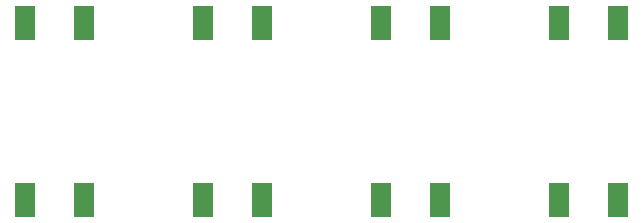
<source format=gbp>
G04*
G04 #@! TF.GenerationSoftware,Altium Limited,Altium Designer,20.2.6 (244)*
G04*
G04 Layer_Color=128*
%FSLAX25Y25*%
%MOIN*%
G70*
G04*
G04 #@! TF.SameCoordinates,9385ED74-4294-42B6-9646-82B243174D78*
G04*
G04*
G04 #@! TF.FilePolarity,Positive*
G04*
G01*
G75*
%ADD90R,0.06693X0.11811*%
D90*
X123675Y37975D02*
D03*
Y97025D02*
D03*
X103991Y37975D02*
D03*
Y97025D02*
D03*
X222658D02*
D03*
Y37975D02*
D03*
X242342Y97025D02*
D03*
Y37975D02*
D03*
X163325Y97025D02*
D03*
Y37975D02*
D03*
X183009Y97025D02*
D03*
Y37975D02*
D03*
X44658Y97025D02*
D03*
Y37975D02*
D03*
X64342Y97025D02*
D03*
Y37975D02*
D03*
M02*

</source>
